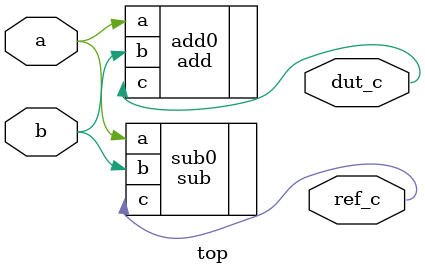
<source format=v>
module top(
  input a,
  input b,
  output dut_c,
  output ref_c
);
  add add0(
    .a(a),
    .b(b),
    .c(dut_c)
  );
  sub sub0(
    .a(a),
    .b(b),
    .c(ref_c)
  );
endmodule

</source>
